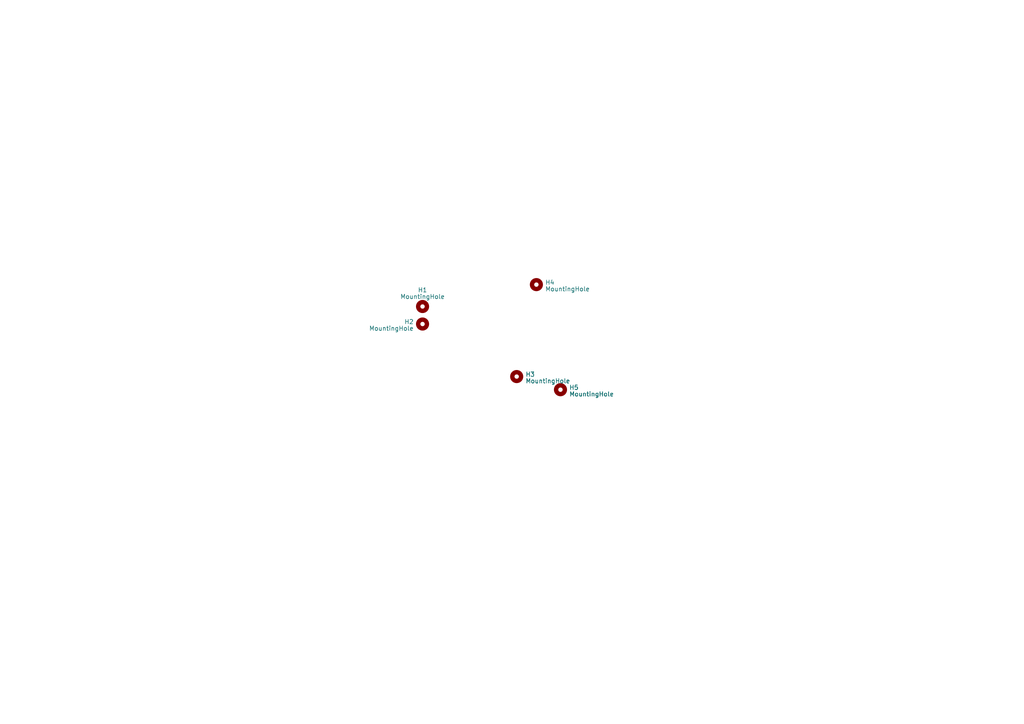
<source format=kicad_sch>
(kicad_sch (version 20230121) (generator eeschema)
  (paper "A4")
  (lib_symbols
    (symbol "Mechanical:MountingHole" (pin_names (offset 1.016))
      (property "Reference" "H" (at 0 5.08 0))
      (property "Value" "MountingHole" (at 0 3.175 0))
      (symbol "MountingHole_0_1"
        (circle (center 0 0) (radius 1.27) (stroke (width 1.27)))
      )
    )
  )
  (symbol (lib_id "Mechanical:MountingHole") (at 122.555 93.98 0) (unit 1)
    (property "Reference" "H2" (at 120.015 93.3363 0) (effects (justify right)))
    (property "Value" "MountingHole" (at 120.015 95.2573 0) (effects (justify right)))
    (property "Footprint" "KBD_PARTS:M2_Hole_TH" (effects hide))
  )
  (symbol (lib_id "Mechanical:MountingHole") (at 122.555 88.9 0) (unit 1)
    (property "Reference" "H1" (at 122.555 84.1121 0))
    (property "Value" "MountingHole" (at 122.555 86.0331 0))
    (property "Footprint" "KBD_PARTS:M2_Hole_TH" (effects hide))
  )
  (symbol (lib_id "Mechanical:MountingHole") (at 162.56 113.03 0) (unit 1)
    (property "Reference" "H5" (at 165.1 112.3863 0) (effects (justify left)))
    (property "Value" "MountingHole" (at 165.1 114.3073 0) (effects (justify left)))
    (property "Footprint" "KBD_PARTS:M2_Hole_TH" (effects hide))
  )
  (symbol (lib_id "Mechanical:MountingHole") (at 149.86 109.22 0) (unit 1)
    (property "Reference" "H3" (at 152.4 108.5763 0) (effects (justify left)))
    (property "Value" "MountingHole" (at 152.4 110.4973 0) (effects (justify left)))
    (property "Footprint" "KBD_PARTS:M2_Hole_TH" (effects hide))
  )
  (symbol (lib_id "Mechanical:MountingHole") (at 155.575 82.55 0) (unit 1)
    (property "Reference" "H4" (at 158.115 81.9063 0) (effects (justify left)))
    (property "Value" "MountingHole" (at 158.115 83.8273 0) (effects (justify left)))
    (property "Footprint" "KBD_PARTS:M2_Hole_TH" (effects hide))
  )
)
</source>
